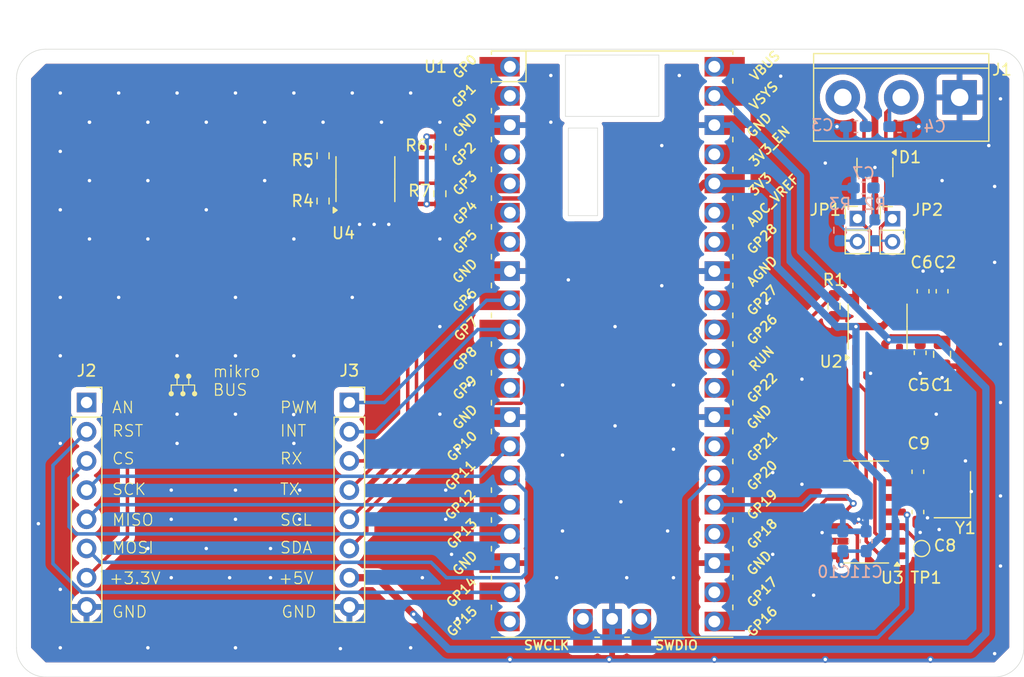
<source format=kicad_pcb>
(kicad_pcb (version 20240108) (generator "pcbnew") (generator_version "8.0")
  (layers (0 "F.Cu" signal) (31 "B.Cu" signal) (34 "B.Paste" user) (35 "F.Paste" user) (36 "B.SilkS" user "B.Silkscreen") (37 "F.SilkS" user "F.Silkscreen") (38 "B.Mask" user) (39 "F.Mask" user) (44 "Edge.Cuts" user))
  (net 0 "")
  (net 1 "/CAN-FD-Interface/RXCAN")
  (net 2 "GND")
  (net 3 "/CAN-FD-Interface/TXCAN")
  (net 4 "VCC")
  (net 5 "+3V3")
  (net 6 "CAN_RX_INT")
  (net 7 "CAN_TX_INT")
  (net 8 "CAN_INT")
  (net 9 "GPIO26")
  (net 10 "Net-(U3-OSC2)")
  (net 11 "Net-(U3-OSC1)")
  (net 12 "/CAN-FD-Interface/CANH")
  (net 13 "Net-(U4-WP)")
  (net 14 "Net-(U4-A0)")
  (net 15 "/RP2040-Pico/VBUS")
  (net 17 "/RP2040-Pico/SWDIO")
  (net 19 "/RP2040-Pico/DEBUG_UART_TX")
  (net 20 "/RP2040-Pico/SWCLK")
  (net 22 "/RP2040-Pico/DEBUG_UART_RX")
  (net 24 "ADCIN2")
  (net 25 "ADCIN0")
  (net 26 "SPI1_TX")
  (net 28 "SPI1_CS")
  (net 29 "SPI1_RX")
  (net 30 "SPI1_SCK")
  (net 31 "UART1_TX")
  (net 32 "UART1_RX")
  (net 33 "I2C0_SDA")
  (net 34 "I2C0_SCL")
  (net 35 "SPI0_TX")
  (net 36 "SPI0_CS")
  (net 37 "SPI0_SCK")
  (net 39 "SPI0_RX")
  (net 40 "/CAN-FD-Interface/CANL")
  (net 41 "MIKRO_RST")
  (net 42 "MIKRO_INT")
  (net 43 "MIKRO_PWM")
  (net 44 "Net-(U3-CLKO{slash}SOF)")
  (net 45 "/RP2040-Pico/ADCIN1")
  (net 46 "I2C1_SDA")
  (net 47 "I2C1_SCL")
  (net 48 "Net-(C7-Pad1)")
  (net 49 "Net-(JP2-B)")
  (net 50 "Net-(JP1-B)")
  (footprint "Resistor_SMD:R_0603_1608Metric_Pad0.98x0.95mm_HandSolder" (layer "F.Cu") (at 161.544 72.898 -90)
    (property "Reference" "R1")
    (property "Value" "10K")
  )
  (footprint "Capacitor_SMD:C_0603_1608Metric_Pad1.08x0.95mm_HandSolder" (layer "F.Cu") (at 169.037 76.962 -90)
    (property "Reference" "C5")
    (property "Value" "100nF")
  )
  (footprint "Package_SO:SOIC-8_3.9x4.9mm_P1.27mm" (layer "F.Cu") (at 165.3325 74.676 90)
    (property "Reference" "U2")
    (property "Value" "High-speed CAN FD Transceiver with Standby Mode and VIO Pin and WUP")
  )
  (footprint "TestPoint:TestPoint_Pad_D1.0mm" (layer "F.Cu") (at 169.164 93.98)
    (property "Reference" "TP1")
    (property "Value" "TestPoint")
  )
  (footprint "Capacitor_SMD:C_0805_2012Metric_Pad1.18x1.45mm_HandSolder" (layer "F.Cu") (at 170.942 77.089 -90)
    (property "Reference" "C1")
    (property "Value" "22uF")
  )
  (footprint "Resistor_SMD:R_0603_1608Metric_Pad0.98x0.95mm_HandSolder" (layer "F.Cu") (at 127.254 59.055 90)
    (property "Reference" "R6")
    (property "Value" "4K7")
  )
  (footprint "Capacitor_SMD:C_0603_1608Metric_Pad1.08x0.95mm_HandSolder" (layer "F.Cu") (at 169.291 71.6015 90)
    (property "Reference" "C6")
    (property "Value" "100nF")
  )
  (footprint "Connector_PinSocket_2.54mm:PinSocket_1x08_P2.54mm_Vertical" (layer "F.Cu") (at 96.52 81.28)
    (property "Reference" "J2")
    (property "Value" "Conn_01x08_Socket")
  )
  (footprint "Resistor_SMD:R_0603_1608Metric_Pad0.98x0.95mm_HandSolder" (layer "F.Cu") (at 117.094 59.817 -90)
    (property "Reference" "R5")
    (property "Value" "10K")
  )
  (footprint "Capacitor_SMD:C_0603_1608Metric_Pad1.08x0.95mm_HandSolder" (layer "F.Cu") (at 168.838 90.805 -90)
    (property "Reference" "C8")
    (property "Value" "22pF")
  )
  (footprint "Capacitor_SMD:C_0603_1608Metric_Pad1.08x0.95mm_HandSolder" (layer "F.Cu") (at 170.942 71.6015 90)
    (property "Reference" "C2")
    (property "Value" "1uF")
  )
  (footprint "Package_SO:SOIC-14_3.9x8.7mm_P1.27mm" (layer "F.Cu") (at 164.338 90.805 180)
    (property "Reference" "U3")
    (property "Value" "MCP2517FD-xSL")
  )
  (footprint "rpi-pico:RPi_Pico_SMD_TH" (layer "F.Cu") (at 142.24 76.2)
    (property "Reference" "U1")
    (property "Value" "Pico")
  )
  (footprint "Package_SO:SOIC-8_3.9x4.9mm_P1.27mm" (layer "F.Cu") (at 120.777 61.849 90)
    (property "Reference" "U4")
    (property "Value" "AT24CS01-SSHM")
  )
  (footprint "Connector_PinSocket_2.54mm:PinSocket_1x08_P2.54mm_Vertical" (layer "F.Cu") (at 119.38 81.28)
    (property "Reference" "J3")
    (property "Value" "Conn_01x08_Socket")
  )
  (footprint "Resistor_SMD:R_0603_1608Metric_Pad0.98x0.95mm_HandSolder" (layer "F.Cu") (at 127.254 63.119 -90)
    (property "Reference" "R7")
    (property "Value" "4K7")
  )
  (footprint "Capacitor_SMD:C_0603_1608Metric_Pad1.08x0.95mm_HandSolder" (layer "F.Cu") (at 168.838 87.305 90)
    (property "Reference" "C9")
    (property "Value" "22pF")
  )
  (footprint "Resistor_SMD:R_0603_1608Metric_Pad0.98x0.95mm_HandSolder" (layer "F.Cu") (at 117.094 63.754 -90)
    (property "Reference" "R4")
    (property "Value" "10K")
  )
  (footprint "Connector_PinHeader_2.00mm:PinHeader_1x02_P2.00mm_Vertical" (layer "F.Cu") (at 166.624 65.294)
    (property "Reference" "JP2")
    (property "Value" "Jumper_2_Small_Open")
  )
  (footprint "Connector_PinHeader_2.00mm:PinHeader_1x02_P2.00mm_Vertical" (layer "F.Cu") (at 163.576 65.278)
    (property "Reference" "JP1")
    (property "Value" "Jumper_2_Small_Open")
  )
  (footprint "Package_TO_SOT_SMD:SOT-23-3" (layer "F.Cu") (at 165.1 60.833 -90)
    (property "Reference" "D1")
    (property "Value" "ESDCAN24-2BLY")
  )
  (footprint "TerminalBlock:TerminalBlock_bornier-3_P5.08mm" (layer "F.Cu") (at 172.466 54.737 180)
    (property "Reference" "J1")
    (property "Value" "Conn_01x03_Socket")
  )
  (footprint "Crystal:Crystal_SMD_SeikoEpson_TSX3225-4Pin_3.2x2.5mm" (layer "F.Cu") (at 171.838 89.305 90)
    (property "Reference" "Y1")
    (property "Value" "40MHz")
  )
  (footprint "Capacitor_SMD:C_0603_1608Metric_Pad1.08x0.95mm_HandSolder" (layer "B.Cu") (at 162.306 93.345 90)
    (property "Reference" "C10")
    (property "Value" "1uF")
  )
  (footprint "Capacitor_SMD:C_0603_1608Metric_Pad1.08x0.95mm_HandSolder" (layer "B.Cu") (at 164.338 93.345 90)
    (property "Reference" "C11")
    (property "Value" "100nF")
  )
  (footprint "Capacitor_SMD:C_0603_1608Metric_Pad1.08x0.95mm_HandSolder" (layer "B.Cu") (at 164.1105 62.611 180)
    (property "Reference" "C7")
    (property "Value" "4700pF")
  )
  (footprint "Resistor_SMD:R_0603_1608Metric_Pad0.98x0.95mm_HandSolder" (layer "B.Cu") (at 162.052 66.294 -90)
    (property "Reference" "R3")
    (property "Value" "60.4")
  )
  (footprint "Resistor_SMD:R_0603_1608Metric_Pad0.98x0.95mm_HandSolder" (layer "B.Cu") (at 165.1 66.294 -90)
    (property "Reference" "R2")
    (property "Value" "60.4")
  )
  (footprint "Capacitor_SMD:C_0603_1608Metric_Pad1.08x0.95mm_HandSolder" (layer "B.Cu") (at 163.449 57.277 180)
    (property "Reference" "C3")
    (property "Value" "47pF")
  )
  (footprint "Capacitor_SMD:C_0603_1608Metric_Pad1.08x0.95mm_HandSolder" (layer "B.Cu") (at 167.2325 57.277)
    (property "Reference" "C4")
    (property "Value" "47pF")
  )
  (gr_line (start 103.886 79.756) (end 105.918 79.756) (stroke (width 0.1)) (layer "F.SilkS"))
  (gr_line (start 105.41 79.756) (end 105.41 78.994) (stroke (width 0.1)) (layer "F.SilkS"))
  (gr_circle (center 105.41 78.994) (end 105.537 78.994) (stroke (width 0.2032)) (fill none) (layer "F.SilkS"))
  (gr_circle (center 104.394 78.994) (end 104.521 78.994) (stroke (width 0.2032)) (fill none) (layer "F.SilkS"))
  (gr_line (start 104.394 79.756) (end 104.394 78.994) (stroke (width 0.1)) (layer "F.SilkS"))
  (gr_circle (center 103.886 80.518) (end 104.013 80.518) (stroke (width 0.2032)) (fill none) (layer "F.SilkS"))
  (gr_line (start 105.918 79.756) (end 105.918 80.518) (stroke (width 0.1)) (layer "F.SilkS"))
  (gr_line (start 104.902 79.756) (end 104.902 80.518) (stroke (width 0.1)) (layer "F.SilkS"))
  (gr_circle (center 104.902 80.518) (end 105.029 80.518) (stroke (width 0.2032)) (fill none) (layer "F.SilkS"))
  (gr_circle (center 105.918 80.518) (end 106.045 80.518) (stroke (width 0.2032)) (fill none) (layer "F.SilkS"))
  (gr_line (start 103.886 79.756) (end 103.886 80.518) (stroke (width 0.1)) (layer "F.SilkS"))
  (gr_arc (start 92.964 105.156) (mid 91.167949 104.412051) (end 90.424 102.616) (stroke (width 0.05)) (layer "Edge.Cuts"))
  (gr_line (start 138.176 56.388) (end 146.304 56.388) (stroke (width 0.05)) (layer "Edge.Cuts"))
  (gr_arc (start 178.054 102.616) (mid 177.310051 104.412051) (end 175.514 105.156) (stroke (width 0.05)) (layer "Edge.Cuts"))
  (gr_arc (start 175.514 50.546) (mid 177.310051 51.289949) (end 178.054 53.086) (stroke (width 0.05)) (layer "Edge.Cuts"))
  (gr_line (start 92.964 105.156) (end 175.514 105.156) (stroke (width 0.05)) (layer "Edge.Cuts"))
  (gr_line (start 138.176 51.054) (end 138.176 56.388) (stroke (width 0.05)) (layer "Edge.Cuts"))
  (gr_line (start 138.43 57.404) (end 138.43 57.658) (stroke (width 0.05)) (layer "Edge.Cuts"))
  (gr_arc (start 90.424 53.086) (mid 91.167949 51.289949) (end 92.964 50.546) (stroke (width 0.05)) (layer "Edge.Cuts"))
  (gr_line (start 178.054 102.616) (end 178.054 53.086) (stroke (width 0.05)) (layer "Edge.Cuts"))
  (gr_line (start 146.304 56.388) (end 146.304 51.054) (stroke (width 0.05)) (layer "Edge.Cuts"))
  (gr_line (start 140.97 57.404) (end 138.43 57.404) (stroke (width 0.05)) (layer "Edge.Cuts"))
  (gr_line (start 138.43 65.024) (end 140.97 65.024) (stroke (width 0.05)) (layer "Edge.Cuts"))
  (gr_line (start 175.514 50.546) (end 129.794 50.546) (stroke (width 0.05)) (layer "Edge.Cuts"))
  (gr_line (start 140.97 65.024) (end 140.97 57.404) (stroke (width 0.05)) (layer "Edge.Cuts"))
  (gr_line (start 138.43 57.658) (end 138.43 65.024) (stroke (width 0.05)) (layer "Edge.Cuts"))
  (gr_line (start 146.304 51.054) (end 138.176 51.054) (stroke (width 0.05)) (layer "Edge.Cuts"))
  (gr_line (start 90.424 53.086) (end 90.424 102.616) (stroke (width 0.05)) (layer "Edge.Cuts"))
  (gr_line (start 129.794 50.546) (end 92.964 50.546) (stroke (width 0.05)) (layer "Edge.Cuts"))
  (gr_text "MISO" (at 98.679 92.075 0) (layer "F.SilkS") (effects (font (size 1 1) (thickness 0.1)) (justify left bottom)))
  (gr_text "RST" (at 98.679 84.328 0) (layer "F.SilkS") (effects (font (size 1 1) (thickness 0.1)) (justify left bottom)))
  (gr_text "TX" (at 113.284 89.408 0) (layer "F.SilkS") (effects (font (size 1 1) (thickness 0.1)) (justify left bottom)))
  (gr_text "CS" (at 98.679 86.741 0) (layer "F.SilkS") (effects (font (size 1 1) (thickness 0.1)) (justify left bottom)))
  (gr_text "GND" (at 113.411 100.076 0) (layer "F.SilkS") (effects (font (size 1 1) (thickness 0.1)) (justify left bottom)))
  (gr_text "+3.3V" (at 98.425 97.155 0) (layer "F.SilkS") (effects (font (size 1 1) (thickness 0.1)) (justify left bottom)))
  (gr_text "RX" (at 113.284 86.741 0) (layer "F.SilkS") (effects (font (size 1 1) (thickness 0.1)) (justify left bottom)))
  (gr_text "mikro\nBUS" (at 107.442 80.772 0) (layer "F.SilkS") (effects (font (size 1 1) (thickness 0.1)) (justify left bottom)))
  (gr_text "SDA" (at 113.284 94.488 0) (layer "F.SilkS") (effects (font (size 1 1) (thickness 0.1)) (justify left bottom)))
  (gr_text "AN" (at 98.679 82.296 0) (layer "F.SilkS") (effects (font (size 1 1) (thickness 0.1)) (justify left bottom)))
  (gr_text "INT" (at 113.284 84.328 0) (layer "F.SilkS") (effects (font (size 1 1) (thickness 0.1)) (justify left bottom)))
  (gr_text "GND" (at 98.679 100.076 0) (layer "F.SilkS") (effects (font (size 1 1) (thickness 0.1)) (justify left bottom)))
  (gr_text "MOSI" (at 98.679 94.488 0) (layer "F.SilkS") (effects (font (size 1 1) (thickness 0.1)) (justify left bottom)))
  (gr_text "PWM" (at 113.284 82.296 0) (layer "F.SilkS") (effects (font (size 1 1) (thickness 0.1)) (justify left bottom)))
  (gr_text "SCK" (at 98.679 89.408 0) (layer "F.SilkS") (effects (font (size 1 1) (thickness 0.1)) (justify left bottom)))
  (gr_text "+5V" (at 113.157 97.155 0) (layer "F.SilkS") (effects (font (size 1 1) (thickness 0.1)) (justify left bottom)))
  (gr_text "SCL" (at 113.284 92.075 0) (layer "F.SilkS") (effects (font (size 1 1) (thickness 0.1)) (justify left bottom)))
  (segment (start 165.838001 93.345) (end 166.813 93.345) (width 0.3048) (layer "F.Cu") (net 1))
  (segment (start 165.1 92.606999) (end 165.838001 93.345) (width 0.3048) (layer "F.Cu") (net 1))
  (segment (start 167.2375 77.151) (end 167.2375 77.9995) (width 0.3048) (layer "F.Cu") (net 1))
  (segment (start 165.1 80.137) (end 165.1 92.606999) (width 0.3048) (layer "F.Cu") (net 1))
  (segment (start 167.2375 77.9995) (end 165.1 80.137) (width 0.3048) (layer "F.Cu") (net 1))
  (segment (start 172.9255 88.4705) (end 173.482 89.027) (width 0.3048) (layer "F.Cu") (net 2))
  (segment (start 170.23 90.755) (end 169.672 91.313) (width 0.3048) (layer "F.Cu") (net 2))
  (segment (start 170.7505 90.755) (end 170.23 90.755) (width 0.3048) (layer "F.Cu") (net 2))
  (segment (start 172.9255 87.855) (end 172.9255 86.4085) (width 0.3048) (layer "F.Cu") (net 2))
  (segment (start 164.6975 77.151) (end 164.6975 78.7185) (width 0.381) (layer "F.Cu") (net 2))
  (segment (start 168.838 92.384) (end 169.037 92.583) (width 0.3048) (layer "F.Cu") (net 2))
  (segment (start 172.9255 87.855) (end 172.9255 88.4705) (width 0.3048) (layer "F.Cu") (net 2))
  (segment (start 122.682 65.659) (end 122.809 65.786) (width 0.3048) (layer "F.Cu") (net 2))
  (segment (start 121.412 65.659) (end 121.539 65.786) (width 0.3048) (layer "F.Cu") (net 2))
  (segment (start 169.037 77.8245) (end 169.037 78.74) (width 0.3048) (layer "F.Cu") (net 2))
  (segment (start 169.291 70.739) (end 169.291 69.85) (width 0.3048) (layer "F.Cu") (net 2))
  (segment (start 172.9255 86.4085) (end 172.974 86.36) (width 0.3048) (layer "F.Cu") (net 2))
  (segment (start 165.1 61.9705) (end 165.1 60.96) (width 0.3048) (layer "F.Cu") (net 2))
  (segment (start 170.942 78.1265) (end 170.942 79.121) (width 0.3048) (layer "F.Cu") (net 2))
  (segment (start 115.8475 60.7295) (end 115.824 60.706) (width 0.3048) (layer "F.Cu") (net 2))
  (segment (start 170.7505 90.755) (end 170.7505 92.2665) (width 0.3048) (layer "F.Cu") (net 2))
  (segment (start 120.142 65.659) (end 120.269 65.786) (width 0.3048) (layer "F.Cu") (net 2))
  (segment (start 164.6975 78.7185) (end 164.719 78.74) (width 0.381) (layer "F.Cu") (net 2))
  (segment (start 117.094 60.7295) (end 115.8475 60.7295) (width 0.3048) (layer "F.Cu") (net 2))
  (segment (start 122.682 64.324) (end 122.682 65.659) (width 0.3048) (layer "F.Cu") (net 2))
  (segment (start 170.7505 92.2665) (end 170.688 92.329) (width 0.3048) (layer "F.Cu") (net 2))
  (segment (start 170.942 70.739) (end 170.942 69.85) (width 0.3048) (layer "F.Cu") (net 2))
  (segment (start 121.412 64.324) (end 121.412 65.659) (width 0.3048) (layer "F.Cu") (net 2))
  (segment (start 168.838 91.6675) (end 168.838 92.384) (width 0.3048) (layer "F.Cu") (net 2))
  (segment (start 165.1 60.96) (end 165.1 60.833) (width 0.3048) (layer "F.Cu") (net 2))
  (segment (start 120.142 64.324) (end 120.142 65.659) (width 0.3048) (layer "F.Cu") (net 2))
  (via (at 169.037 92.583) (size 0.6) (drill 0.3) (layers "F.Cu" "B.Cu") (net 2))
  (via (at 103.886 88.9) (size 0.6) (drill 0.3) (layers "F.Cu" "B.Cu") (net 2))
  (via (at 96.774 61.976) (size 0.6) (drill 0.3) (layers "F.Cu" "B.Cu") (net 2))
  (via (at 158.75 79.248) (size 0.6) (drill 0.3) (layers "F.Cu" "B.Cu") (net 2))
  (via (at 96.774 56.896) (size 0.6) (drill 0.3) (layers "F.Cu" "B.Cu") (net 2))
  (via (at 155.702 72.644) (size 0.6) (drill 0.3) (layers "F.Cu" "B.Cu") (net 2))
  (via (at 176.022 81.28) (size 0.6) (drill 0.3) (layers "F.Cu" "B.Cu") (net 2))
  (via (at 101.854 61.976) (size 0.6) (drill 0.3) (layers "F.Cu" "B.Cu") (net 2))
  (via (at 129.794 72.136) (size 0.6) (drill 0.3) (layers "F.Cu" "B.Cu") (net 2))
  (via (at 143.51 96.52) (size 0.6) (drill 0.3) (layers "F.Cu" "B.Cu") (net 2))
  (via (at 164.719 78.74) (size 0.6) (drill 0.3) (layers "F.Cu" "B.Cu") (net 2))
  (via (at 109.474 54.356) (size 0.6) (drill 0.3) (layers "F.Cu" "B.Cu") (net 2))
  (via (at 163.6856 91.44) (size 0.6) (drill 0.3) (layers "F.Cu" "B.Cu") (net 2))
  (via (at 176.022 95.504) (size 0.6) (drill 0.3) (layers "F.Cu" "B.Cu") (net 2))
  (via (at 127.254 67.056) (size 0.6) (drill 0.3) (layers "F.Cu" "B.Cu") (net 2))
  (via (at 176.022 76.2) (size 0.6) (drill 0.3) (layers "F.Cu" "B.Cu") (net 2))
  (via (at 94.234 102.616) (size 0.6) (drill 0.3) (layers "F.Cu" "B.Cu") (net 2))
  (via (at 156.21 87.376) (size 0.6) (drill 0.3) (layers "F.Cu" "B.Cu") (net 2))
  (via (at 118.601527 102.689806) (size 0.6) (drill 0.3) (layers "F.Cu" "B.Cu") (net 2))
  (via (at 94.234 77.216) (size 0.6) (drill 0.3) (layers "F.Cu" "B.Cu") (net 2))
  (via (at 128.778 100.076) (size 0.6) (drill 0.3) (layers "F.Cu" "B.Cu") (net 2))
  (via (at 175.514 62.484) (size 0.6) (drill 0.3) (layers "F.Cu" "B.Cu") (net 2))
  (via (at 137.922 92.456) (size 0.6) (drill 0.3) (layers "F.Cu" "B.Cu") (net 2))
  (via (at 115.062 88.9) (size 0.6) (drill 0.3) (layers "F.Cu" "B.Cu") (net 2))
  (via (at 104.394 82.296) (size 0.6) (drill 0.3) (layers "F.Cu" "B.Cu") (net 2))
  (via (at 147.574 79.756) (size 0.6) (drill 0.3) (layers "F.Cu" "B.Cu") (net 2))
  (via (at 96.774 67.056) (size 0.6) (drill 0.3) (layers "F.Cu" "B.Cu") (net 2))
  (via (at 148.082 52.832) (size 0.6) (drill 0.3) (layers "F.Cu" "B.Cu") (net 2))
  (via (at 138.43 70.612) (size 0.6) (drill 0.3) (layers "F.Cu" "B.Cu") (net 2))
  (via (at 108.966 96.52) (size 0.6) (drill 0.3) (layers "F.Cu" "B.Cu") (net 2))
  (via (at 104.394 77.216) (size 0.6) (drill 0.3) (layers "F.Cu" "B.Cu") (net 2))
  (via (at 147.574 85.344) (size 0.6) (drill 0.3) (layers "F.Cu" "B.Cu") (net 2))
  (via (at 112.522 93.98) (size 0.6) (drill 0.3) (layers "F.Cu" "B.Cu") (net 2))
  (via (at 160.782 103.632) (size 0.6) (drill 0.3) (layers "F.Cu" "B.Cu") (net 2))
  (via (at 151.13 103.632) (size 0.6) (drill 0.3) (layers "F.Cu" "B.Cu") (net 2))
  (via (at 104.394 54.356) (size 0.6) (drill 0.3) (layers "F.Cu" "B.Cu") (net 2))
  (via (at 141.986 103.632) (size 0.6) (drill 0.3) (layers "F.Cu" "B.Cu") (net 2))
  (via (at 147.574 96.52) (size 0.6) (drill 0.3) (layers "F.Cu" "B.Cu") (net 2))
  (via (at 101.854 56.896) (size 0.6) (drill 0.3) (layers "F.Cu" "B.Cu") (net 2))
  (via (at 112.522 96.52) (size 0.6) (drill 0.3) (layers "F.Cu" "B.Cu") (net 2))
  (via (at 170.942 69.85) (size 0.6) (drill 0.3) (layers "F.Cu" "B.Cu") (net 2))
  (via (at 136.906 56.896) (size 0.6) (drill 0.3) (layers "F.Cu" "B.Cu") (net 2))
  (via (at 170.688 92.329) (size 0.6) (drill 0.3) (layers "F.Cu" "B.Cu") (net 2))
  (via (at 160.505014 92.597301) (size 0.6) (drill 0.3) (layers "F.Cu" "B.Cu") (net 2))
  (via (at 137.922 85.852) (size 0.6) (drill 0.3) (layers "F.Cu" "B.Cu") (net 2))
  (via (at 127.254 56.896) (size 0.6) (drill 0.3) (layers "F.Cu" "B.Cu") (net 2))
  (via (at 121.539 65.786) (size 0.6) (drill 0.3) (layers "F.Cu" "B.Cu") (net 2))
  (via (at 128.27 94.488) (size 0.6) (drill 0.3) (layers "F.Cu" "B.Cu") (net 2))
  (via (at 109.474 77.216) (size 0.6) (drill 0.3) (layers "F.Cu" "B.Cu") (net 2))
  (via (at 176.022 89.408) (size 0.6) (drill 0.3) (layers "F.Cu" "B.Cu") (net 2))
  (via (at 137.922 79.756) (size 0.6) (drill 0.3) (layers "F.Cu" "B.Cu") (net 2))
  (via (at 142.494 74.676) (size 0.6) (drill 0.3) (layers "F.Cu" "B.Cu") (net 2))
  (via (at 101.854 67.056) (size 0.6) (drill 0.3) (layers "F.Cu" "B.Cu") (net 2))
  (via (at 159.766 98.044) (size 0.6) (drill 0.3) (layers "F.Cu" "B.Cu") (net 2))
  (via (at 92.329 91.821) (size 0.6) (drill 0.3) (layers "F.Cu" "B.Cu") (net 2))
  (via (at 115.824 60.706) (size 0.6) (drill 0.3) (layers "F.Cu" "B.Cu") (net 2))
  (via (at 117.094 56.896) (size 0.6) (drill 0.3) (layers "F.Cu" "B.Cu") (net 2))
  (via (at 170.942 61.976) (size 0.6) (drill 0.3) (layers "F.Cu" "B.Cu") (net 2))
  (via (at 128.778 85.344) (size 0.6) (drill 0.3) (layers "F.Cu" "B.Cu") (net 2))
  (via (at 101.854 102.616) (size 0.6) (drill 0.3) (layers "F.Cu" "B.Cu") (net 2))
  (via (at 103.886 96.52) (size 0.6) (drill 0.3) (layers "F.Cu" "B.Cu") (net 2))
  (via (at 94.234 72.136) (size 0.6) (drill 0.3) (layers "F.Cu" "B.Cu") (net 2))
  (via (at 165.1 60.833) (size 0.6) (drill 0.3) (layers "F.Cu" "B.Cu") (net 2))
  (via (at 169.926 103.632) (size 0.6) (drill 0.3) (layers "F.Cu" "B.Cu") (net 2))
  (via (at 129.794 79.756) (size 0.6) (drill 0.3) (layers "F.Cu" "B.Cu") (net 2))
  (via (at 146.558 71.12) (size 0.6) (drill 0.3) (layers "F.Cu" "B.Cu") (net 2))
  (via (at 122.809 65.786) (size 0.6) (drill 0.3) (layers "F.Cu" "B.Cu") (net 2))
  (via (at 176.022 54.864) (size 0.6) (drill 0.3) (layers "F.Cu" "B.Cu") (net 2))
  (via (at 122.174 56.896) (size 0.6) (drill 0.3) (layers "F.Cu" "B.Cu") (net 2))
  (via (at 125.73 96.52) (size 0.6) (drill 0.3) (layers "F.Cu" "B.Cu") (net 2))
  (via (at 106.934 56.896) (size 0.6) (drill 0.3) (layers "F.Cu" "B.Cu") (net 2))
  (via (at 161.798 57.277) (size 0.6) (drill 0.3) (layers "F.Cu" "B.Cu") (net 2))
  (via (at 94.234 59.436) (size 0.6) (drill 0.3) (layers "F.Cu" "B.Cu") (net 2))
  (via (at 136.906 52.832) (size 0.6) (drill 0.3) (layers "F.Cu" "B.Cu") (net 2))
  (via (at 160.782 60.452) (size 0.6) (drill 0.3) (layers "F.Cu" "B.Cu") (net 2))
  (via (at 142.494 83.312) (size 0.6) (drill 0.3) (layers "F.Cu" "B.Cu") (net 2))
  (via (at 158.75 88.392) (size 0.6) (drill 0.3) (layers "F.Cu" "B.Cu") (net 2))
  (via (at 114.554 67.056) (size 0.6) (drill 0.3) (layers "F.Cu" "B.Cu") (net 2))
  (via (at 175.514 69.088) (size 0.6) (drill 0.3) (layers "F.Cu" "B.Cu") (net 2))
  (via (at 103.886 91.44) (size 0.6) (drill 0.3) (layers "F.Cu" "B.Cu") (net 2))
  (via (at 168.91 57.277) (size 0.6) (drill 0.3) (layers "F.Cu" "B.Cu") (net 2))
  (via (at 127.254 74.676) (size 0.6) (drill 0.3) (layers "F.Cu" "B.Cu") (net 2))
  (via (at 114.535259 82.327148) (size 0.6) (drill 0.3) (layers "F.Cu" "B.Cu") (net 2))
  (via (at 109.474 72.136) (size 0.6) (drill 0.3) (layers "F.Cu" "B.Cu") (net 2))
  (via (at 124.714 102.616) (size 0.6) (drill 0.3) (layers "F.Cu" "B.Cu") (net 2))
  (via (at 112.014 56.896) (size 0.6) (drill 0.3) (layers "F.Cu" "B.Cu") (net 2))
  (via (at 156.903306 52.8919) (size 0.6) (drill 0.3) (layers "F.Cu" "B.Cu") (net 2))
  (via (at 106.934 93.98) (size 0.6) (drill 0.3) (layers "F.Cu" "B.Cu") (net 2))
  (via (at 114.554 54.356) (size 0.6) (drill 0.3) (layers "F.Cu" "B.Cu") (net 2))
  (via (at 169.291 69.85) (size 0.6) (drill 0.3) (layers "F.Cu" "B.Cu") (net 2))
  (via (at 127.254 82.296) (size 0.6) (drill 0.3) (layers "F.Cu" "B.Cu") (net 2))
  (via (at 175.514 103.124) (size 0.6) (drill 0.3) (layers "F.Cu" "B.Cu") (net 2))
  (via (at 96.774 56.896) (size 0.6) (drill 0.3) (layers "F.Cu" "B.Cu") (net 2))
  (via (at 114.554 84.836) (size 0.6) (drill 0.3) (layers "F.Cu" "B.Cu") (net 2))
  (via (at 175.006 58.928) (size 0.6) (drill 0.3) (layers "F.Cu" "B.Cu") (net 2))
  (via (at 169.037 78.74) (size 0.6) (drill 0.3) (layers "F.Cu" "B.Cu") (net 2))
  (via (at 173.482 89.027) (size 0.6) (drill 0.3) (layers "F.Cu" "B.Cu") (net 2))
  (via (at 172.974 86.36) (size 0.6) (drill 0.3) (layers "F.Cu" "B.Cu") (net 2))
  (via (at 147.066 92.456) (size 0.6) (drill 0.3) (layers "F.Cu" "B.Cu") (net 2))
  (via (at 99.314 54.356) (size 0.6) (drill 0.3) (layers "F.Cu" "B.Cu") (net 2))
  (via (at 94.234 84.836) (size 0.6) (drill 0.3) (layers "F.Cu" "B.Cu") (net 2))
  (via (at 120.269 65.786) (size 0.6) (drill 0.3) (layers "F.Cu" "B.Cu") (net 2))
  (via (at 146.558 58.928) (size 0.6) (drill 0.3) (layers "F.Cu" "B.Cu") (net 2))
  (via (at 114.554 77.216) (size 0.6) (drill 0.3) (layers "F.Cu" "B.Cu") (net 2))
  (via (at 170.942 79.121) (size 0.6) (drill 0.3) (layers "F.Cu" "B.Cu") (net 2))
  (via (at 169.672 91.313) (size 0.6) (drill 0.3) (layers "F.Cu" "B.Cu") (net 2))
  (via (at 115.062 91.44) (size 0.6) (drill 0.3) (layers "F.Cu" "B.Cu") (net 2))
  (via (at 119.634 54.356) (size 0.6) (drill 0.3) (layers "F.Cu" "B.Cu") (net 2))
  (via (at 109.474 88.9) (size 0.6) (drill 0.3) (layers "F.Cu" "B.Cu") (net 2))
  (via (at 99.314 72.136) (size 0.6) (drill 0.3) (layers "F.Cu" "B.Cu") (net 2))
  (via (at 170.434 82.296) (size 0.6) (drill 0.3) (layers "F.Cu" "B.Cu") (net 2))
  (via (at 101.854 93.98) (size 0.6) (drill 0.3) (layers "F.Cu" "B.Cu") (net 2))
  (via (at 109.474 102.616) (size 0.6) (drill 0.3) (layers "F.Cu" "B.Cu") (net 2))
  (via (at 94.234 54.356) (size 0.6) (drill 0.3) (layers "F.Cu" "B.Cu") (net 2))
  (via (at 94.234 97.536) (size 0.6) (drill 0.3) (layers "F.Cu" "B.Cu") (net 2))
  (via (at 104.394 84.836) (size 0.6) (drill 0.3) (layers "F.Cu" "B.Cu") (net 2))
  (via (at 109.474 82.296) (size 0.6) (drill 0.3) (layers "F.Cu" "B.Cu") (net 2))
  (via (at 119.634 72.136) (size 0.6) (drill 0.3) (layers "F.Cu" "B.Cu") (net 2))
  (via (at 109.474 91.44) (size 0.6) (drill 0.3) (layers "F.Cu" "B.Cu") (net 2))
  (via (at 137.414 96.52) (size 0.6) (drill 0.3) (layers "F.Cu" "B.Cu") (net 2))
  (via (at 127.762 88.9) (size 0.6) (drill 0.3) (layers "F.Cu" "B.Cu") (net 2))
  (via (at 106.934 64.516) (size 0.6) (drill 0.3) (layers "F.Cu" "B.Cu") (net 2))
  (via (at 94.234 64.516) (size 0.6) (drill 0.3) (layers "F.Cu" "B.Cu") (net 2))
  (via (at 133.35 103.632) (size 0.6) (drill 0.3) (layers "F.Cu" "B.Cu") (net 2))
  (via (at 112.014 61.976) (size 0.6) (drill 0.3) (layers "F.Cu" "B.Cu") (net 2))
  (via (at 127.762 91.44) (size 0.6) (drill 0.3) (layers "F.Cu" "B.Cu") (net 2))
  (via (at 124.714 54.356) (size 0.6) (drill 0.3) (layers "F.Cu" "B.Cu") (net 2))
  (via (at 143.002 89.916) (size 0.6) (drill 0.3) (layers "F.Cu" "B.Cu") (net 2))
  (via (at 156.21 94.488) (size 0.6) (drill 0.3) (layers "F.Cu" "B.Cu") (net 2))
  (segment (start 164.338 92.4825) (end 162.306 92.4825) (width 0.3048) (layer "B.Cu") (net 2))
  (segment (start 164.338 92.0924) (end 163.6856 91.44) (width 0.3048) (layer "B.Cu") (net 2))
  (segment (start 168.095 57.277) (end 168.91 57.277) (width 0.3048) (layer "B.Cu") (net 2))
  (segment (start 164.338 92.4825) (end 164.338 92.0924) (width 0.3048) (layer "B.Cu") (net 2))
  (segment (start 160.619815 92.4825) (end 160.505014 92.597301) (width 0.3048) (layer "B.Cu") (net 2))
  (segment (start 162.5865 57.277) (end 161.798 57.277) (width 0.3048) (layer "B.Cu") (net 2))
  (segment (start 162.306 92.4825) (end 160.619815 92.4825) (width 0.3048) (layer "B.Cu") (net 2))
  (segment (start 163.4275 77.151) (end 163.4275 79.417) (width 0.3048) (layer "F.Cu") (net 3))
  (segment (start 164.338 93.345) (end 165.608 94.615) (width 0.3048) (layer "F.Cu") (net 3))
  (segment (start 165.608 94.615) (end 166.813 94.615) (width 0.3048) (layer "F.Cu") (net 3))
  (segment (start 164.338 80.3275) (end 164.338 93.345) (width 0.3048) (layer "F.Cu") (net 3))
  (segment (start 163.4275 79.417) (end 164.338 80.3275) (width 0.3048) (layer "F.Cu") (net 3))
  (segment (start 166.485001 75.6585) (end 166.319901 75.8236) (width 0.635) (layer "F.Cu") (net 4))
  (segment (start 165.9675 77.151) (end 165.9675 76.176001) (width 0.635) (layer "F.Cu") (net 4))
  (segment (start 121.793 96.52) (end 124.968 99.695) (width 0.635) (layer "F.Cu") (net 4))
  (segment (start 119.38 96.52) (end 121.793 96.52) (width 0.635) (layer "F.Cu") (net 4))
  (segment (start 170.942 76.0515) (end 170.549 75.6585) (width 0.635) (layer "F.Cu") (net 4))
  (segment (start 169.037 76.0995) (end 168.7611 75.8236) (width 0.3048) (layer "F.Cu") (net 4))
  (segment (start 165.9675 76.176001) (end 166.319901 75.8236) (width 0.635) (layer "F.Cu") (net 4))
  (segment (start 169.085 76.0515) (end 169.037 76.0995) (width 0.3048) (layer "F.Cu") (net 4))
  (segment (start 170.549 75.6585) (end 166.485001 75.6585) (width 0.635) (layer "F.Cu") (net 4))
  (via (at 124.968 99.695) (size 0.6) (drill 0.3) (layers "F.Cu" "B.Cu") (net 4))
  (via (at 166.319901 75.8236) (size 0.6) (drill 0.3) (layers "F.Cu" "B.Cu") (net 4))
  (segment (start 158.623 61.595) (end 158.623 68.126699) (width 0.635) (layer "B.Cu") (net 4))
  (segment (start 151.638 54.61) (end 158.623 61.595) (width 0.635) (layer "B.Cu") (net 4))
  (segment (start 151.13 54.61) (end 151.638 54.61) (width 0.635) (layer "B.Cu") (net 4))
  (segment (start 174.752 80.01) (end 174.752 101.346) (width 0.635) (layer "B.Cu") (net 4))
  (segment (start 174.752 101.346) (end 173.355 102.743) (width 0.635) (layer "B.Cu") (net 4))
  (segment (start 170.5656 75.8236) (end 174.752 80.01) (width 0.635) (layer "B.Cu") (net 4))
  (segment (start 166.319901 75.8236) (end 170.5656 75.8236) (width 0.635) (layer "B.Cu") (net 4))
  (segment (start 128.016 102.743) (end 124.968 99.695) (width 0.635) (layer "B.Cu") (net 4))
  (segment (start 158.623 68.126699) (end 166.319901 75.8236) (width 0.635) (layer "B.Cu") (net 4))
  (segment (start 173.355 102.743) (end 128.016 102.743) (width 0.635) (layer "B.Cu") (net 4))
  (segment (start 126.111 64.008) (end 124.30246 64.008) (width 0.381) (layer "F.Cu") (net 5))
  (segment (start 100.076 92.964) (end 96.52 96.52) (width 0.3048) (layer "F.Cu") (net 5))
  (segment (start 126.1345 58.1425) (end 126.111 58.166) (width 0.381) (layer "F.Cu") (net 5))
  (segment (start 165.737499 74.676) (end 167.2375 73.175999) (width 0.635) (layer "F.Cu") (net 5))
  (segment (start 119.6675 60.7395) (end 118.872 59.944) (width 0.381) (layer "F.Cu") (net 5))
  (segment (start 135.5385 63.5295) (end 135.382 63.5295) (width 0.635) (layer "F.Cu") (net 5))
  (segment (start 151.1005 62.2005) (end 150.2705 62.2005) (width 0.635) (layer "F.Cu") (net 5))
  (segment (start 167.2375 72.201) (end 170.679 72.201) (width 0.635) (layer "F.Cu") (net 5))
  (segment (start 151.13 62.23) (end 151.1005 62.2005) (width 0.635) (layer "F.Cu") (net 5))
  (segment (start 170.679 72.201) (end 170.942 72.464) (width 0.635) (layer "F.Cu") (net 5))
  (segment (start 150.2705 62.2005) (end 145.796 66.675) (width 0.635) (layer "F.Cu") (net 5))
  (segment (start 129.831 64.008) (end 130.3095 63.5295) (width 0.381) (layer "F.Cu") (net 5))
  (segment (start 118.872 61.468) (end 118.872 59.374) (width 0.3048) (layer "F.Cu") (net 5))
  (segment (start 117.094 62.8415) (end 117.4985 62.8415) (width 0.3048) (layer "F.Cu") (net 5))
  (segment (start 163.449 74.676) (end 165.737499 74.676) (width 0.635) (layer "F.Cu") (net 5))
  (segment (start 161.863 94.615) (end 161.863 95.061) (width 0.3048) (layer "F.Cu") (net 5))
  (segment (start 145.796 66.675) (end 138.684 66.675) (width 0.635) (layer "F.Cu") (net 5))
  (segment (start 117.4985 62.8415) (end 118.364 61.976) (width 0.3048) (layer "F.Cu") (net 5))
  (segment (start 161.863 95.061) (end 162.179 95.377) (width 0.3048) (layer "F.Cu") (net 5))
  (segment (start 115.3395 62.8415) (end 100.076 78.105) (width 0.3048) (layer "F.Cu") (net 5))
  (segment (start 124.30246 64.008) (end 121.03396 60.7395) (width 0.381) (layer "F.Cu") (net 5))
  (segment (start 117.094 62.8415) (end 115.3395 62.8415) (width 0.3048) (layer "F.Cu") (net 5))
  (segment (start 126.111 64.008) (end 129.831 64.008) (width 0.381) (layer "F.Cu") (net 5))
  (segment (start 100.076 78.105) (end 100.076 92.964) (width 0.3048) (layer "F.Cu") (net 5))
  (segment (start 118.872 59.944) (end 118.872 59.374) (width 0.381) (layer "F.Cu") (net 5))
  (segment (start 121.03396 60.7395) (end 119.6675 60.7395) (width 0.381) (layer "F.Cu") (net 5))
  (segment (start 118.364 61.976) (end 118.872 61.468) (width 0.3048) (layer "F.Cu") (net 5))
  (segment (start 138.684 66.675) (end 135.5385 63.5295) (width 0.635) (layer "F.Cu") (net 5))
  (segment (start 167.2375 73.175999) (end 167.2375 72.201) (width 0.635) (layer "F.Cu") (net 5))
  (segment (start 130.3095 63.5295) (end 135.382 63.5295) (width 0.381) (layer "F.Cu") (net 5))
  (segment (start 127.254 58.1425) (end 126.1345 58.1425) (width 0.381) (layer "F.Cu") (net 5))
  (via (at 126.111 58.166) (size 0.6) (drill 0.3) (layers "F.Cu" "B.Cu") (net 5))
  (via (at 163.449 74.676) (size 0.6) (drill 0.3) (layers "F.Cu" "B.Cu") (net 5))
  (via (at 162.179 95.377) (size 0.6) (drill 0.3) (layers "F.Cu" "B.Cu") (net 5))
  (via (at 126.111 64.008) (size 0.6) (drill 0.3) (layers "F.Cu" "B.Cu") (net 5))
  (segment (start 156.591 69.469) (end 156.591 63.246) (width 0.635) (layer "B.Cu") (net 5))
  (segment (start 165.735 88.011) (end 165.735 92.8105) (width 0.635) (layer "B.Cu") (net 5))
  (segment (start 163.449 85.725) (end 165.735 88.011) (width 0.635) (layer "B.Cu") (net 5))
  (segment (start 126.111 58.166) (end 126.111 64.008) (width 0.381) (layer "B.Cu") (net 5))
  (segment (start 162.306 94.2075) (end 164.338 94.2075) (width 0.3048) (layer "B.Cu") (net 5))
  (segment (start 162.179 94.3345) (end 162.306 94.2075) (width 0.3048) (layer "B.Cu") (net 5))
  (segment (start 161.8615 74.7395) (end 161.925 74.676) (width 0.635) (layer "B.Cu") (net 5))
  (segment (start 162.179 95.377) (end 162.179 94.3345) (width 0.3048) (layer "B.Cu") (net 5))
  (segment (start 161.8615 74.7395) (end 156.591 69.469) (width 0.635) (layer "B.Cu") (net 5))
  (segment (start 161.925 74.676) (end 163.449 74.676) (width 0.635) (layer "B.Cu") (net 5))
  (segment (start 163.449 74.676) (end 163.449 85.725) (width 0.635) (layer "B.Cu") (net 5))
  (segment (start 165.735 92.8105) (end 164.338 94.2075) (width 0.635) (layer "B.Cu") (net 5))
  (segment (start 156.591 63.246) (end 155.575 62.23) (width 0.635) (layer "B.Cu") (net 5))
  (segment (start 155.575 62.23) (end 151.13 62.23) (width 0.635) (layer "B.Cu") (net 5))
  (segment (start 161.863 86.995) (end 154.878 80.01) (width 0.3048) (layer "F.Cu") (net 6))
  (segment (start 154.878 80.01) (end 151.13 80.01) (width 0.3048) (layer "F.Cu") (net 6))
  (segment (start 160.782 88.265) (end 157.607 85.09) (width 0.3048) (layer "F.Cu") (net 7))
  (segment (start 157.607 85.09) (end 151.13 85.09) (width 0.3048) (layer "F.Cu") (net 7))
  (segment (start 161.863 88.265) (end 160.782 88.265) (width 0.3048) (layer "F.Cu") (net 7))
  (segment (start 166.813 90.805) (end 167.64 90.805) (width 0.3048) (layer "F.Cu") (net 8))
  (segment (start 151.765 88.265) (end 151.13 87.63) (width 0.3048) (layer "F.Cu") (net 8))
  (segment (start 167.64 90.805) (end 167.894 91.059) (width 0.3048) (layer "F.Cu") (net 8))
  (via (at 167.894 91.059) (size 0.6) (drill 0.3) (layers "F.Cu" "B.Cu") (net 8))
  (segment (start 165.354 101.727) (end 149.479 101.727) (width 0.3048) (layer "B.Cu") (net 8))
  (segment (start 167.894 99.187) (end 165.354 101.727) (width 0.3048) (layer "B.Cu") (net 8))
  (segment (start 167.894 91.059) (end 167.894 99.187) (width 0.3048) (layer "B.Cu") (net 8))
  (segment (start 148.971 89.789) (end 151.13 87.63) (width 0.3048) (layer "B.Cu") (net 8))
  (segment (start 149.479 101.727) (end 148.971 101.219) (width 0.3048) (layer "B.Cu") (net 8))
  (segment (start 148.971 101.219) (end 148.971 89.789) (width 0.3048) (layer "B.Cu") (net 8))
  (segment (start 163.212 71.9855) (end 163.4275 72.201) (width 0.3048) (layer "F.Cu") (net 9))
  (segment (start 161.4405 71.9855) (end 161.544 71.9855) (width 0.3048) (layer "F.Cu") (net 9))
  (segment (start 158.496 74.93) (end 161.4405 71.9855) (width 0.3048) (layer "F.Cu") (net 9))
  (segment (start 151.13 74.93) (end 158.496 74.93) (width 0.3048) (layer "F.Cu") (net 9))
  (segment (start 161.544 71.9855) (end 163.212 71.9855) (width 0.3048) (layer "F.Cu") (net 9))
  (segment (start 168.8835 89.9425) (end 169.4734 89.3526) (width 0.3048) (layer "F.Cu") (net 10))
  (segment (start 171.9654 89.3526) (end 172.9255 90.3127) (width 0.3048) (layer "F.Cu") (net 10))
  (segment (start 168.838 89.9425) (end 168.8835 89.9425) (width 0.3048) (layer "F.Cu") (net 10))
  (segment (start 169.4734 89.3526) (end 171.9654 89.3526) (width 0.3048) (layer "F.Cu") (net 10))
  (segment (start 168.4305 89.535) (end 168.838 89.9425) (width 0.3048) (layer "F.Cu") (net 10))
  (segment (start 172.9255 90.3127) (end 172.9255 90.755) (width 0.3048) (layer "F.Cu") (net 10))
  (segment (start 166.813 89.535) (end 168.4305 89.535) (width 0.3048) (layer "F.Cu") (net 10))
  (segment (start 170.7505 87.855) (end 169.1505 87.855) (width 0.3048) (layer "F.Cu") (net 11))
  (segment (start 169.1505 87.855) (end 168.838 88.1675) (width 0.3048) (layer "F.Cu") (net 11))
  (segment (start 168.7405 88.265) (end 168.838 88.1675) (width 0.3048) (layer "F.Cu") (net 11))
  (segment (start 166.813 88.265) (end 168.7405 88.265) (width 0.3048) (layer "F.Cu") (net 11))
  (segment (start 164.15 56.581) (end 162.306 54.737) (width 0.3048) (layer "F.Cu") (net 12))
  (segment (start 163.576 65.278) (end 164.6975 66.3995) (width 0.3048) (layer "F.Cu") (net 12))
  (segment (start 164.6975 66.3995) (end 164.6975 72.201) (width 0.3048) (layer "F.Cu") (net 12))
  (segment (start 164.15 64.704) (end 163.576 65.278) (width 0.3048) (layer "F.Cu") (net 12))
  (segment (start 164.15 59.6955) (end 164.15 56.581) (width 0.3048) (layer "F.Cu") (net 12))
  (segment (start 164.15 59.6955) (end 164.15 64.704) (width 0.3048) (layer "F.Cu") (net 12))
  (segment (start 164.3115 57.277) (end 164.3115 56.7425) (width 0.3048) (layer "B.Cu") (net 12))
  (segment (start 164.3115 56.7425) (end 162.306 54.737) (width 0.3048) (layer "B.Cu") (net 12))
  (segment (start 117.9595 58.039) (end 117.094 58.9045) (width 0.3048) (layer "F.Cu") (net 13))
  (segment (start 119.888 58.039) (end 120.142 58.293) (width 0.3048) (layer "F.Cu") (net 13))
  (segment (start 120.142 58.293) (end 120.142 59.374) (width 0.3048) (layer "F.Cu") (net 13))
  (segment (start 119.888 58.039) (end 117.9595 58.039) (width 0.3048) (layer "F.Cu") (net 13))
  (segment (start 118.872 64.324) (end 117.5635 64.324) (width 0.3048) (layer "F.Cu") (net 14))
  (segment (start 117.5635 64.324) (end 117.4365 64.324) (width 0.3048) (layer "F.Cu") (net 14))
  (segment (start 117.5635 64.324) (end 117.221 64.6665) (width 0.3048) (layer "F.Cu") (net 14))
  (segment (start 117.4365 64.324) (end 117.094 64.6665) (width 0.3048) (layer "F.Cu") (net 14))
  (segment (start 134.366 96.52) (end 127.8296 96.52) (width 0.3048) (layer "B.Cu") (net 26))
  (segment (start 126.492 95.1824) (end 97.7224 95.1824) (width 0.3048) (layer "B.Cu") (net 26))
  (segment (start 134.747 96.139) (end 134.366 96.52) (width 0.3048) (layer "B.Cu") (net 26))
  (segment (start 133.35 87.63) (end 134.747 89.027) (width 0.3048) (layer "B.Cu") (net 26))
  (segment (start 134.747 89.027) (end 134.747 96.139) (width 0.3048) (layer "B.Cu") (net 26))
  (segment (start 97.7224 95.1824) (end 96.52 93.98) (width 0.3048) (layer "B.Cu") (net 26))
  (segment (start 127.8296 96.52) (end 126.492 95.1824) (width 0.3048) (layer "B.Cu") (net 26))
  (segment (start 94.996 92.075) (end 95.631 92.71) (width 0.3048) (layer "B.Cu") (net 28))
  (segment (start 96.52 86.36) (end 94.996 87.884) (width 0.3048) (layer "B.Cu") (net 28))
  (segment (start 95.631 92.71) (end 133.35 92.71) (width 0.3048) (layer "B.Cu") (net 28))
  (segment (start 94.996 87.884) (end 94.996 92.075) (width 0.3048) (layer "B.Cu") (net 28))
  (segment (start 96.52 91.44) (end 97.79 90.17) (width 0.3048) (layer "B.Cu") (net 29))
  (segment (start 97.79 90.17) (end 133.35 90.17) (width 0.3048) (layer "B.Cu") (net 29))
  (segment (start 97.7224 87.6976) (end 130.7424 87.6976) (width 0.3048) (layer "B.Cu") (net 30))
  (segment (start 96.52 88.9) (end 97.7224 87.6976) (width 0.3048) (layer "B.Cu") (net 30))
  (segment (start 130.7424 87.6976) (end 133.35 85.09) (width 0.3048) (layer "B.Cu") (net 30))
  (segment (start 131.6852 64.77) (end 124.46 71.9952) (width 0.3048) (layer "F.Cu") (net 31))
  (segment (start 120.65 86.36) (end 119.38 86.36) (width 0.3048) (layer "F.Cu") (net 31))
  (segment (start 124.46 71.9952) (end 124.46 82.55) (width 0.3048) (layer "F.Cu") (net 31))
  (segment (start 124.46 82.55) (end 120.65 86.36) (width 0.3048) (layer "F.Cu") (net 31))
  (segment (start 133.35 64.77) (end 131.6852 64.77) (width 0.3048) (layer "F.Cu") (net 31))
  (segment (start 125.222 83.058) (end 119.38 88.9) (width 0.3048) (layer "F.Cu") (net 32))
  (segment (start 133.35 67.31) (end 130.429 67.31) (width 0.3048) (layer "F.Cu") (net 32))
  (segment (start 125.222 72.517) (end 125.222 83.058) (width 0.3048) (layer "F.Cu") (net 32))
  (segment (start 130.429 67.31) (end 125.222 72.517) (width 0.3048) (layer "F.Cu") (net 32))
  (segment (start 134.62 81.026) (end 134.2984 81.3476) (width 0.3048) (layer "F.Cu") (net 33))
  (segment (start 120.904 92.456) (end 119.38 93.98) (width 0.3048) (layer "F.Cu") (net 33))
  (segment (start 133.35 77.47) (end 134.239 78.359) (width 0.3048) (layer "F.Cu") (net 33))
  (segment (start 134.239 78.486) (end 134.62 78.867) (width 0.3048) (layer "F.Cu") (net 33))
  (segment (start 134.62 78.867) (end 134.62 81.026) (width 0.3048) (layer "F.Cu") (net 33))
  (segment (start 120.904 90.7912) (end 120.904 92.456) (width 0.3048) (layer "F.Cu") (net 33))
  (segment (start 130.3476 81.3476) (end 120.904 90.7912) (width 0.3048) (layer "F.Cu") (net 33))
  (segment (start 134.2984 81.3476) (end 130.3476 81.3476) (width 0.3048) (layer "F.Cu") (net 33))
  (segment (start 134.239 78.359) (end 134.239 78.486) (width 0.3048) (layer "F.Cu") (net 33))
  (segment (start 130.81 80.01) (end 119.38 91.44) (width 0.3048) (layer "F.Cu") (net 34))
  (segment (start 133.35 80.01) (end 130.81 80.01) (width 0.3048) (layer "F.Cu") (net 34))
  (segment (start 162.47472 90.805) (end 161.863 90.805) (width 0.3048) (layer "F.Cu") (net 35))
  (segment (start 163.218099 90.061621) (end 162.47472 90.805) (width 0.3048) (layer "F.Cu") (net 35))
  (via (at 163.218099 90.061621) (size 0.6) (drill 0.3) (layers "F.Cu" "B.Cu") (net 35))
  (segment (start 151.13 90.17) (end 158.75 90.17) (width 0.3048) (layer "B.Cu") (net 35))
  (segment (start 159.512 89.408) (end 162.564478 89.408) (width 0.3048) (layer "B.Cu") (net 35))
  (segment (start 158.75 90.17) (end 159.512 89.408) (width 0.3048) (layer "B.Cu") (net 35))
  (segment (start 162.564478 89.408) (end 163.218099 90.061621) (width 0.3048) (layer "B.Cu") (net 35))
  (segment (start 155.067 97.79) (end 159.512 93.345) (width 0.3048) (layer "F.Cu") (net 36))
  (segment (start 159.512 93.345) (end 161.863 93.345) (width 0.3048) (layer "F.Cu") (net 36))
  (segment (start 151.13 97.79) (end 155.067 97.79) (width 0.3048) (layer "F.Cu") (net 36))
  (segment (start 151.13 92.71) (end 157.861 92.71) (width 0.3048) (layer "F.Cu") (net 37))
  (segment (start 161.036 89.535) (end 161.863 89.535) (width 0.3048) (layer "F.Cu") (net 37))
  (segment (start 157.861 92.71) (end 161.036 89.535) (width 0.3048) (layer "F.Cu") (net 37))
  (segment (start 163.576 92.813001) (end 162.837999 92.075) (width 0.3048) (layer "F.Cu") (net 39))
  (segment (start 151.13 100.33) (end 162.433 100.33) (width 0.3048) (layer "F.Cu") (net 39))
  (segment (start 162.837999 92.075) (end 161.863 92.075) (width 0.3048) (layer "F.Cu") (net 39))
  (segment (start 162.433 100.33) (end 163.576 99.187) (width 0.3048) (layer "F.Cu") (net 39))
  (segment (start 163.576 99.187) (end 163.576 92.813001) (width 0.3048) (layer "F.Cu") (net 39))
  (segment (start 165.608 71.8415) (end 165.9675 72.201) (width 0.3048) (layer "F.Cu") (net 40))
  (segment (start 166.05 56.073) (end 167.386 54.737) (width 0.3048) (layer "F.Cu") (net 40))
  (segment (start 166.05 64.72) (end 166.624 65.294) (width 0.3048) (layer "F.Cu") (net 40))
  (segment (start 165.5966 66.0514) (end 165.5966 67.719564) (width 0.3048) (layer "F.Cu") (net 40))
  (segment (start 166.05 59.6955) (end 166.05 56.073) (width 0.3048) (layer "F.Cu") (net 40))
  (segment (start 165.5966 67.719564) (end 165.608 67.730964) (width 0.3048) (layer "F.Cu") (net 40))
  (segment (start 165.608 67.730964) (end 165.608 71.8415) (width 0.3048) (layer "F.Cu") (net 40))
  (segment (start 166.624 65.294) (end 166.354 65.294) (width 0.3048) (layer "F.Cu") (net 40))
  (segment (start 166.354 65.294) (end 165.5966 66.0514) (width 0.3048) (layer "F.Cu") (net 40))
  (segment (start 166.05 59.6955) (end 166.05 64.72) (width 0.3048) (layer "F.Cu") (net 40))
  (segment (start 166.37 57.277) (end 166.37 55.753) (width 0.3048) (layer "B.Cu") (net 40))
  (segment (start 166.37 55.753) (end 167.386 54.737) (width 0.3048) (layer "B.Cu") (net 40))
  (segment (start 133.35 97.79) (end 96.089549 97.79) (width 0.3048) (layer "B.Cu") (net 41))
  (segment (start 96.089549 97.79) (end 93.599 95.299451) (width 0.3048) (layer "B.Cu") (net 41))
  (segment (start 93.599 95.299451) (end 93.599 86.741) (width 0.3048) (layer "B.Cu") (net 41))
  (segment (start 93.599 86.741) (end 96.52 83.82) (width 0.3048) (layer "B.Cu") (net 41))
  (segment (start 119.38 83.82) (end 121.666 83.82) (width 0.3048) (layer "B.Cu") (net 42))
  (segment (start 121.666 83.82) (end 130.556 74.93) (width 0.3048) (layer "B.Cu") (net 42))
  (segment (start 130.556 74.93) (end 133.35 74.93) (width 0.3048) (layer "B.Cu") (net 42))
  (segment (start 122.428 81.28) (end 131.318 72.39) (width 0.3048) (layer "B.Cu") (net 43))
  (segment (start 119.38 81.28) (end 122.428 81.28) (width 0.3048) (layer "B.Cu") (net 43))
  (segment (start 119.38 81.28) (end 119.507 81.153) (width 0.3048) (layer "B.Cu") (net 43))
  (segment (start 131.318 72.39) (end 133.35 72.39) (width 0.3048) (layer "B.Cu") (net 43))
  (segment (start 169.164 93.726) (end 169.164 93.98) (width 0.3048) (layer "F.Cu") (net 44))
  (segment (start 167.513 92.075) (end 169.164 93.726) (width 0.3048) (layer "F.Cu") (net 44))
  (segment (start 166.813 92.075) (end 167.513 92.075) (width 0.3048) (layer "F.Cu") (net 44))
  (segment (start 123.2755 59.9675) (end 122.682 59.374) (width 0.3048) (layer "F.Cu") (net 46))
  (segment (start 127.5315 59.69) (end 133.35 59.69) (width 0.3048) (layer "F.Cu") (net 46))
  (segment (start 127.254 59.9675) (end 123.2755 59.9675) (width 0.3048) (layer "F.Cu") (net 46))
  (segment (start 127.254 59.9675) (end 127.5315 59.69) (width 0.3048) (layer "F.Cu") (net 46))
  (segment (start 130.429 62.23) (end 130.4055 62.2065) (width 0.3048) (layer "F.Cu") (net 47))
  (segment (start 121.412 60.348999) (end 121.412 59.374) (width 0.3048) (layer "F.Cu") (net 47))
  (segment (start 133.35 62.23) (end 130.429 62.23) (width 0.3048) (layer "F.Cu") (net 47))
  (segment (start 130.4055 62.2065) (end 127.254 62.2065) (width 0.3048) (layer "F.Cu") (net 47))
  (segment (start 127.254 62.2065) (end 123.269501 62.2065) (width 0.3048) (layer "F.Cu") (net 47))
  (segment (start 123.269501 62.2065) (end 121.412 60.348999) (width 0.3048) (layer "F.Cu") (net 47))
  (segment (start 127.2775 62.23) (end 127.254 62.2065) (width 0.3048) (layer "F.Cu") (net 47))
  (segment (start 162.052 65.3815) (end 162.052 65.869) (width 0.2) (layer "B.Cu") (net 48))
  (segment (start 165.1 65.3815) (end 165.1 65.024) (width 0.2) (layer "B.Cu") (net 48))
  (segment (start 165.1 65.532) (end 165.1 65.3815) (width 0.2) (layer "B.Cu") (net 48))
  (segment (start 162.052 65.869) (end 162.436 66.253) (width 0.2) (layer "B.Cu") (net 48))
  (segment (start 164.973 62.611) (end 164.973 62.865) (width 0.3048) (layer "B.Cu") (net 48))
  (segment (start 165.1 65.024) (end 164.973 64.897) (width 0.2) (layer "B.Cu") (net 48))
  (segment (start 164.973 64.897) (end 164.973 62.611) (width 0.2) (layer "B.Cu") (net 48))
  (segment (start 164.379 66.253) (end 165.1 65.532) (width 0.2) (layer "B.Cu") (net 48))
  (segment (start 162.436 66.253) (end 164.379 66.253) (width 0.2) (layer "B.Cu") (net 48))
  (segment (start 166.5365 67.2065) (end 166.624 67.294) (width 0.2) (layer "B.Cu") (net 49))
  (segment (start 165.1 67.2065) (end 166.5365 67.2065) (width 0.2) (layer "B.Cu") (net 49))
  (segment (start 163.5045 67.2065) (end 163.576 67.278) (width 0.2) (layer "B.Cu") (net 50))
  (segment (start 162.052 67.2065) (end 163.5045 67.2065) (width 0.2) (layer "B.Cu") (net 50))
  (zone (net 2) (net_name "GND") (layer "F.Cu") (connect_pads (clearance 0.5)) (min_thickness 0.25) (fill yes (thermal_gap 0.5) (thermal_bridge_width 0.5) (smoothing chamfer))
    (polygon (pts (xy 91.694 53.086) (xy 92.964 51.816) (xy 175.514 51.816) (xy 176.784 53.086) (xy 176.784 102.616) (xy 175.514 103.886) (xy 92.964 103.886) (xy 91.694 102.616)))
  )
  (zone (net 2) (net_name "GND") (layer "B.Cu") (priority 1) (connect_pads (clearance 0.5)) (min_thickness 0.25) (fill yes (thermal_gap 0.5) (thermal_bridge_width 0.5) (smoothing chamfer))
    (polygon (pts (xy 92.964 51.816) (xy 91.694 53.086) (xy 91.694 102.616) (xy 92.964 103.886) (xy 175.514 103.886) (xy 176.784 102.616) (xy 176.784 53.086) (xy 175.514 51.816)))
  )
)
</source>
